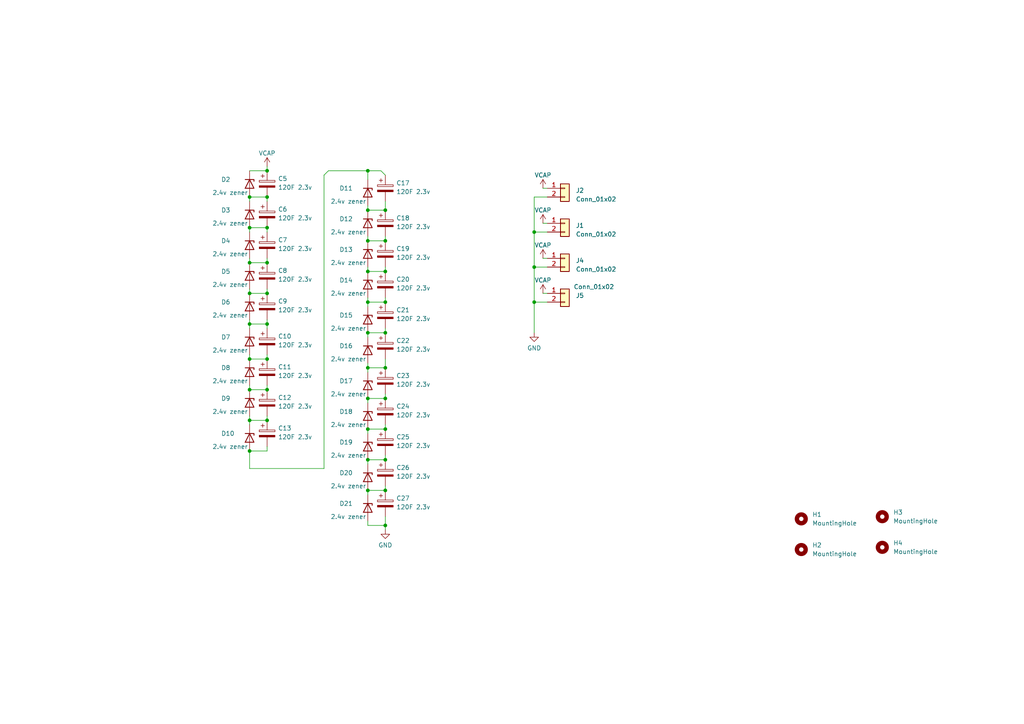
<source format=kicad_sch>
(kicad_sch (version 20231120) (generator "eeschema") (generator_version "8.0")
  (paper "A4")
  (lib_symbols
    (symbol "Connector_Generic:Conn_01x02" (pin_names (offset 1.016) hide)
      (property "Reference" "J" (at 0 2.54 0))
      (property "Value" "Conn_01x02" (at 0 -5.08 0))
      (symbol "Conn_01x02_1_1"
        (rectangle (start -1.27 -2.413) (end 0 -2.667) (stroke (width 0.1524)))
        (rectangle (start -1.27 0.127) (end 0 -0.127) (stroke (width 0.1524)))
        (rectangle (start -1.27 1.27) (end 1.27 -3.81) (stroke (width 0.254)) (fill (type background)))
        (pin passive line (at -5.08 0 0) (length 3.81) (name "Pin_1") (number "1"))
        (pin passive line (at -5.08 -2.54 0) (length 3.81) (name "Pin_2") (number "2"))
      )
    )
    (symbol "Device:C_Polarized" (pin_numbers hide) (pin_names (offset 0.254))
      (property "Reference" "C" (at 0.635 2.54 0))
      (property "Value" "C_Polarized" (at 0.635 -2.54 0))
      (symbol "C_Polarized_0_1"
        (rectangle (start -2.286 0.508) (end 2.286 1.016))
        (polyline (pts (xy -1.778 2.286) (xy -0.762 2.286)))
        (polyline (pts (xy -1.27 2.794) (xy -1.27 1.778)))
        (rectangle (start 2.286 -0.508) (end -2.286 -1.016) (fill (type outline)))
      )
      (symbol "C_Polarized_1_1"
        (pin passive line (at 0 3.81 270) (length 2.794) (name "~") (number "1"))
        (pin passive line (at 0 -3.81 90) (length 2.794) (name "~") (number "2"))
      )
    )
    (symbol "Device:D_Zener" (pin_numbers hide) (pin_names (offset 1.016) hide)
      (property "Reference" "D" (at 0 2.54 0))
      (property "Value" "D_Zener" (at 0 -2.54 0))
      (symbol "D_Zener_0_1"
        (polyline (pts (xy 1.27 0) (xy -1.27 0)))
        (polyline (pts (xy -1.27 -1.27) (xy -1.27 1.27) (xy -0.762 1.27)) (stroke (width 0.254)))
        (polyline (pts (xy 1.27 -1.27) (xy 1.27 1.27) (xy -1.27 0) (xy 1.27 -1.27)) (stroke (width 0.254)))
      )
      (symbol "D_Zener_1_1"
        (pin passive line (at -3.81 0 0) (length 2.54) (name "K") (number "1"))
        (pin passive line (at 3.81 0 180) (length 2.54) (name "A") (number "2"))
      )
    )
    (symbol "Mechanical:MountingHole" (pin_names (offset 1.016))
      (property "Reference" "H" (at 0 5.08 0))
      (property "Value" "MountingHole" (at 0 3.175 0))
      (symbol "MountingHole_0_1"
        (circle (center 0 0) (radius 1.27) (stroke (width 1.27)))
      )
    )
    (symbol "power:GND" (power) (pin_names (offset 0))
      (property "Value" "GND" (at 0 -3.81 0))
      (symbol "GND_0_1"
        (polyline (pts (xy 0 0) (xy 0 -1.27) (xy 1.27 -1.27) (xy 0 -2.54) (xy -1.27 -1.27) (xy 0 -1.27)))
      )
      (symbol "GND_1_1"
        (pin power_in line (at 0 0 270) (length 0) hide (name "GND") (number "1"))
      )
    )
    (symbol "supercap_library:VCAP" (power) (pin_names (offset 0))
      (property "Value" "VCAP" (at 0 3.81 0))
      (symbol "VCAP_0_1"
        (polyline (pts (xy -0.762 1.27) (xy 0 2.54)))
        (polyline (pts (xy 0 0) (xy 0 2.54)))
        (polyline (pts (xy 0 2.54) (xy 0.762 1.27)))
      )
      (symbol "VCAP_1_1"
        (pin power_in line (at 0 0 90) (length 0) hide (name "VCAP") (number "1"))
      )
    )
  )
  (junction (at 72.39 121.92))
  (junction (at 77.47 104.14))
  (junction (at 72.39 93.98))
  (junction (at 77.47 85.09))
  (junction (at 106.68 142.24))
  (junction (at 77.47 57.15))
  (junction (at 72.39 104.14))
  (junction (at 106.68 96.52))
  (junction (at 106.68 115.57))
  (junction (at 154.94 67.31))
  (junction (at 77.47 121.92))
  (junction (at 106.68 69.85))
  (junction (at 111.76 87.63))
  (junction (at 111.76 78.74))
  (junction (at 111.76 96.52))
  (junction (at 77.47 66.04))
  (junction (at 106.68 124.46))
  (junction (at 106.68 78.74))
  (junction (at 77.47 76.2))
  (junction (at 72.39 130.81))
  (junction (at 72.39 76.2))
  (junction (at 72.39 85.09))
  (junction (at 111.76 133.35))
  (junction (at 111.76 142.24))
  (junction (at 106.68 60.96))
  (junction (at 154.94 77.47))
  (junction (at 111.76 152.4))
  (junction (at 106.68 133.35))
  (junction (at 77.47 93.98))
  (junction (at 111.76 60.96))
  (junction (at 106.68 106.68))
  (junction (at 106.68 49.53))
  (junction (at 72.39 57.15))
  (junction (at 111.76 124.46))
  (junction (at 77.47 49.53))
  (junction (at 77.47 113.03))
  (junction (at 154.94 87.63))
  (junction (at 106.68 87.63))
  (junction (at 111.76 69.85))
  (junction (at 111.76 106.68))
  (junction (at 72.39 113.03))
  (junction (at 72.39 66.04))
  (junction (at 111.76 115.57))
  (wire (pts (xy 106.68 133.35) (xy 106.68 134.62)))
  (wire (pts (xy 106.68 142.24) (xy 111.76 142.24)))
  (wire (pts (xy 93.98 50.8) (xy 95.25 49.53)))
  (wire (pts (xy 106.68 106.68) (xy 106.68 107.95)))
  (wire (pts (xy 111.76 123.19) (xy 111.76 124.46)))
  (wire (pts (xy 72.39 130.81) (xy 77.47 130.81)))
  (wire (pts (xy 154.94 77.47) (xy 158.75 77.47)))
  (wire (pts (xy 77.47 92.71) (xy 77.47 93.98)))
  (wire (pts (xy 111.76 77.47) (xy 111.76 78.74)))
  (wire (pts (xy 95.25 49.53) (xy 106.68 49.53)))
  (wire (pts (xy 106.68 133.35) (xy 111.76 133.35)))
  (wire (pts (xy 72.39 92.71) (xy 72.39 93.98)))
  (wire (pts (xy 111.76 95.25) (xy 111.76 96.52)))
  (wire (pts (xy 111.76 132.08) (xy 111.76 133.35)))
  (wire (pts (xy 111.76 86.36) (xy 111.76 87.63)))
  (wire (pts (xy 77.47 66.04) (xy 77.47 67.31)))
  (wire (pts (xy 106.68 49.53) (xy 110.49 49.53)))
  (wire (pts (xy 157.48 54.61) (xy 158.75 54.61)))
  (wire (pts (xy 157.48 85.09) (xy 158.75 85.09)))
  (wire (pts (xy 106.68 59.69) (xy 106.68 60.96)))
  (wire (pts (xy 72.39 102.87) (xy 72.39 104.14)))
  (wire (pts (xy 72.39 121.92) (xy 77.47 121.92)))
  (wire (pts (xy 72.39 104.14) (xy 77.47 104.14)))
  (wire (pts (xy 106.68 87.63) (xy 111.76 87.63)))
  (wire (pts (xy 106.68 105.41) (xy 106.68 106.68)))
  (wire (pts (xy 111.76 153.67) (xy 111.76 152.4)))
  (wire (pts (xy 77.47 74.93) (xy 77.47 76.2)))
  (wire (pts (xy 106.68 124.46) (xy 111.76 124.46)))
  (wire (pts (xy 77.47 120.65) (xy 77.47 121.92)))
  (wire (pts (xy 72.39 113.03) (xy 77.47 113.03)))
  (wire (pts (xy 77.47 48.26) (xy 77.47 49.53)))
  (wire (pts (xy 77.47 93.98) (xy 77.47 95.25)))
  (wire (pts (xy 154.94 57.15) (xy 158.75 57.15)))
  (wire (pts (xy 72.39 120.65) (xy 72.39 121.92)))
  (wire (pts (xy 106.68 49.53) (xy 106.68 52.07)))
  (wire (pts (xy 77.47 111.76) (xy 77.47 113.03)))
  (wire (pts (xy 157.48 64.77) (xy 158.75 64.77)))
  (wire (pts (xy 72.39 85.09) (xy 77.47 85.09)))
  (wire (pts (xy 111.76 140.97) (xy 111.76 142.24)))
  (wire (pts (xy 72.39 74.93) (xy 72.39 76.2)))
  (wire (pts (xy 72.39 83.82) (xy 72.39 85.09)))
  (wire (pts (xy 106.68 96.52) (xy 111.76 96.52)))
  (wire (pts (xy 72.39 111.76) (xy 72.39 113.03)))
  (wire (pts (xy 77.47 129.54) (xy 77.47 130.81)))
  (wire (pts (xy 106.68 115.57) (xy 106.68 116.84)))
  (wire (pts (xy 106.68 152.4) (xy 111.76 152.4)))
  (wire (pts (xy 72.39 130.81) (xy 72.39 135.89)))
  (wire (pts (xy 72.39 121.92) (xy 72.39 123.19)))
  (wire (pts (xy 111.76 152.4) (xy 111.76 149.86)))
  (wire (pts (xy 106.68 69.85) (xy 111.76 69.85)))
  (wire (pts (xy 111.76 114.3) (xy 111.76 115.57)))
  (wire (pts (xy 106.68 68.58) (xy 106.68 69.85)))
  (wire (pts (xy 77.47 83.82) (xy 77.47 85.09)))
  (wire (pts (xy 106.68 86.36) (xy 106.68 87.63)))
  (wire (pts (xy 72.39 93.98) (xy 72.39 95.25)))
  (wire (pts (xy 72.39 57.15) (xy 77.47 57.15)))
  (wire (pts (xy 72.39 66.04) (xy 77.47 66.04)))
  (wire (pts (xy 72.39 135.89) (xy 93.98 135.89)))
  (wire (pts (xy 72.39 66.04) (xy 72.39 67.31)))
  (wire (pts (xy 154.94 87.63) (xy 154.94 96.52)))
  (wire (pts (xy 154.94 77.47) (xy 154.94 87.63)))
  (wire (pts (xy 72.39 49.53) (xy 77.47 49.53)))
  (wire (pts (xy 106.68 124.46) (xy 106.68 125.73)))
  (wire (pts (xy 106.68 77.47) (xy 106.68 78.74)))
  (wire (pts (xy 111.76 58.42) (xy 111.76 60.96)))
  (wire (pts (xy 110.49 49.53) (xy 111.76 50.8)))
  (wire (pts (xy 106.68 142.24) (xy 106.68 143.51)))
  (wire (pts (xy 77.47 102.87) (xy 77.47 104.14)))
  (wire (pts (xy 106.68 60.96) (xy 111.76 60.96)))
  (wire (pts (xy 154.94 57.15) (xy 154.94 67.31)))
  (wire (pts (xy 106.68 106.68) (xy 111.76 106.68)))
  (wire (pts (xy 154.94 87.63) (xy 158.75 87.63)))
  (wire (pts (xy 111.76 68.58) (xy 111.76 69.85)))
  (wire (pts (xy 111.76 104.14) (xy 111.76 106.68)))
  (wire (pts (xy 72.39 93.98) (xy 77.47 93.98)))
  (wire (pts (xy 72.39 57.15) (xy 72.39 58.42)))
  (wire (pts (xy 157.48 74.93) (xy 158.75 74.93)))
  (wire (pts (xy 154.94 67.31) (xy 154.94 77.47)))
  (wire (pts (xy 106.68 115.57) (xy 111.76 115.57)))
  (wire (pts (xy 106.68 87.63) (xy 106.68 88.9)))
  (wire (pts (xy 106.68 96.52) (xy 106.68 97.79)))
  (wire (pts (xy 93.98 50.8) (xy 93.98 135.89)))
  (wire (pts (xy 77.47 57.15) (xy 77.47 58.42)))
  (wire (pts (xy 106.68 151.13) (xy 106.68 152.4)))
  (wire (pts (xy 72.39 76.2) (xy 77.47 76.2)))
  (wire (pts (xy 106.68 78.74) (xy 111.76 78.74)))
  (wire (pts (xy 154.94 67.31) (xy 158.75 67.31)))
  (symbol (lib_id "power:GND") (at 154.94 96.52 0) (unit 1)
    (property "Reference" "#PWR048" (effects (hide yes)))
    (property "Value" "GND" (at 154.94 100.965 0))
  )
  (symbol (lib_id "Device:C_Polarized") (at 77.47 116.84 0) (unit 1)
    (property "Reference" "C12" (at 80.645 115.316 0) (effects (justify left)))
    (property "Value" "120F 2.3v" (at 80.645 117.856 0) (effects (justify left)))
    (property "Footprint" "Capacitor_THT:CP_Radial_D18.0mm_P7.50mm" (effects (hide yes)))
    (property "Datasheet" "https://www.tecategroup.com/products/data_sheet.php?i=TPLH-2R7/120WR18X60" (effects (hide yes)))
    (property "Digikey" "2085-TPLH-2R7/120WR18X60-ND" (effects (hide yes)))
  )
  (symbol (lib_id "supercap_library:VCAP") (at 157.48 64.77 0) (unit 1)
    (property "Reference" "#PWR01" (effects (hide yes)))
    (property "Value" "VCAP" (at 157.48 60.96 0))
  )
  (symbol (lib_id "Device:C_Polarized") (at 111.76 128.27 0) (unit 1)
    (property "Reference" "C25" (at 114.935 126.746 0) (effects (justify left)))
    (property "Value" "120F 2.3v" (at 114.935 129.286 0) (effects (justify left)))
    (property "Footprint" "Capacitor_THT:CP_Radial_D18.0mm_P7.50mm" (effects (hide yes)))
    (property "Datasheet" "https://www.tecategroup.com/products/data_sheet.php?i=TPLH-2R7/120WR18X60" (effects (hide yes)))
    (property "Digikey" "2085-TPLH-2R7/120WR18X60-ND" (effects (hide yes)))
  )
  (symbol (lib_id "Device:D_Zener") (at 106.68 129.54 270) (unit 1)
    (property "Reference" "D19" (at 98.425 128.27 90) (effects (justify left)))
    (property "Value" "2.4v zener" (at 95.885 132.08 90) (effects (justify left)))
    (property "Footprint" "supercap:DIO_PESD5V0S1UL_315" (effects (hide yes)))
    (property "Datasheet" "https://datasheet.lcsc.com/lcsc/2304140030_Nexperia-BZX884-B2V4-315_C551192.pdf" (effects (hide yes)))
    (property "LCSC" "C551192" (effects (hide yes)))
  )
  (symbol (lib_id "Device:D_Zener") (at 106.68 111.76 270) (unit 1)
    (property "Reference" "D17" (at 98.425 110.49 90) (effects (justify left)))
    (property "Value" "2.4v zener" (at 95.885 114.3 90) (effects (justify left)))
    (property "Footprint" "supercap:DIO_PESD5V0S1UL_315" (effects (hide yes)))
    (property "Datasheet" "https://datasheet.lcsc.com/lcsc/2304140030_Nexperia-BZX884-B2V4-315_C551192.pdf" (effects (hide yes)))
    (property "LCSC" "C551192" (effects (hide yes)))
  )
  (symbol (lib_id "Device:C_Polarized") (at 111.76 137.16 0) (unit 1)
    (property "Reference" "C26" (at 114.935 135.636 0) (effects (justify left)))
    (property "Value" "120F 2.3v" (at 114.935 138.176 0) (effects (justify left)))
    (property "Footprint" "Capacitor_THT:CP_Radial_D18.0mm_P7.50mm" (effects (hide yes)))
    (property "Datasheet" "https://www.tecategroup.com/products/data_sheet.php?i=TPLH-2R7/120WR18X60" (effects (hide yes)))
    (property "Digikey" "2085-TPLH-2R7/120WR18X60-ND" (effects (hide yes)))
  )
  (symbol (lib_id "Device:C_Polarized") (at 77.47 125.73 0) (unit 1)
    (property "Reference" "C13" (at 80.645 124.206 0) (effects (justify left)))
    (property "Value" "120F 2.3v" (at 80.645 126.746 0) (effects (justify left)))
    (property "Footprint" "Capacitor_THT:CP_Radial_D18.0mm_P7.50mm" (effects (hide yes)))
    (property "Datasheet" "https://www.tecategroup.com/products/data_sheet.php?i=TPLH-2R7/120WR18X60" (effects (hide yes)))
    (property "Digikey" "2085-TPLH-2R7/120WR18X60-ND" (effects (hide yes)))
  )
  (symbol (lib_id "Connector_Generic:Conn_01x02") (at 163.83 64.77 0) (unit 1)
    (property "Reference" "J1" (at 167.005 65.405 0) (effects (justify left)))
    (property "Value" "Conn_01x02" (at 167.005 67.945 0) (effects (justify left)))
    (property "Footprint" "Connector_Anderson:PowerPole_PP45_1336G1_1x2_Horizontal" (effects (hide yes)))
  )
  (symbol (lib_id "Device:D_Zener") (at 72.39 127 270) (unit 1)
    (property "Reference" "D10" (at 64.135 125.73 90) (effects (justify left)))
    (property "Value" "2.4v zener" (at 61.595 129.54 90) (effects (justify left)))
    (property "Footprint" "supercap:DIO_PESD5V0S1UL_315" (effects (hide yes)))
    (property "Datasheet" "https://datasheet.lcsc.com/lcsc/2304140030_Nexperia-BZX884-B2V4-315_C551192.pdf" (effects (hide yes)))
    (property "LCSC" "C551192" (effects (hide yes)))
  )
  (symbol (lib_id "Connector_Generic:Conn_01x02") (at 163.83 74.93 0) (unit 1)
    (property "Reference" "J4" (at 167.005 75.565 0) (effects (justify left)))
    (property "Value" "Conn_01x02" (at 167.005 78.105 0) (effects (justify left)))
    (property "Footprint" "Connector_Anderson:PowerPole_PP45_1336G1_1x2_Horizontal" (effects (hide yes)))
  )
  (symbol (lib_id "Device:D_Zener") (at 72.39 99.06 270) (unit 1)
    (property "Reference" "D7" (at 64.135 97.79 90) (effects (justify left)))
    (property "Value" "2.4v zener" (at 61.595 101.6 90) (effects (justify left)))
    (property "Footprint" "supercap:DIO_PESD5V0S1UL_315" (effects (hide yes)))
    (property "Datasheet" "https://datasheet.lcsc.com/lcsc/2304140030_Nexperia-BZX884-B2V4-315_C551192.pdf" (effects (hide yes)))
    (property "LCSC" "C551192" (effects (hide yes)))
  )
  (symbol (lib_id "supercap_library:VCAP") (at 77.47 48.26 0) (unit 1)
    (property "Reference" "#PWR029" (effects (hide yes)))
    (property "Value" "VCAP" (at 77.47 44.45 0))
  )
  (symbol (lib_id "Mechanical:MountingHole") (at 232.41 150.495 0) (unit 1) (in_bom no)
    (property "Reference" "H1" (at 235.585 149.2249 0) (effects (justify left)))
    (property "Value" "MountingHole" (at 235.585 151.7649 0) (effects (justify left)))
    (property "Footprint" "supercap:MountingHole_3.9mm_Plastite_#6" (effects (hide yes)))
  )
  (symbol (lib_id "Device:D_Zener") (at 106.68 92.71 270) (unit 1)
    (property "Reference" "D15" (at 98.425 91.44 90) (effects (justify left)))
    (property "Value" "2.4v zener" (at 95.885 95.25 90) (effects (justify left)))
    (property "Footprint" "supercap:DIO_PESD5V0S1UL_315" (effects (hide yes)))
    (property "Datasheet" "https://datasheet.lcsc.com/lcsc/2304140030_Nexperia-BZX884-B2V4-315_C551192.pdf" (effects (hide yes)))
    (property "LCSC" "C551192" (effects (hide yes)))
  )
  (symbol (lib_id "Device:D_Zener") (at 106.68 64.77 270) (unit 1)
    (property "Reference" "D12" (at 98.425 63.5 90) (effects (justify left)))
    (property "Value" "2.4v zener" (at 95.885 67.31 90) (effects (justify left)))
    (property "Footprint" "supercap:DIO_PESD5V0S1UL_315" (effects (hide yes)))
    (property "Datasheet" "https://datasheet.lcsc.com/lcsc/2304140030_Nexperia-BZX884-B2V4-315_C551192.pdf" (effects (hide yes)))
    (property "LCSC" "C551192" (effects (hide yes)))
  )
  (symbol (lib_id "Device:D_Zener") (at 72.39 53.34 270) (unit 1)
    (property "Reference" "D2" (at 64.135 52.07 90) (effects (justify left)))
    (property "Value" "2.4v zener" (at 61.595 55.88 90) (effects (justify left)))
    (property "Footprint" "supercap:DIO_PESD5V0S1UL_315" (effects (hide yes)))
    (property "Datasheet" "https://datasheet.lcsc.com/lcsc/2304140030_Nexperia-BZX884-B2V4-315_C551192.pdf" (effects (hide yes)))
    (property "LCSC" "C551192" (effects (hide yes)))
  )
  (symbol (lib_id "Device:C_Polarized") (at 77.47 99.06 0) (unit 1)
    (property "Reference" "C10" (at 80.645 97.536 0) (effects (justify left)))
    (property "Value" "120F 2.3v" (at 80.645 100.076 0) (effects (justify left)))
    (property "Footprint" "Capacitor_THT:CP_Radial_D18.0mm_P7.50mm" (effects (hide yes)))
    (property "Datasheet" "https://www.tecategroup.com/products/data_sheet.php?i=TPLH-2R7/120WR18X60" (effects (hide yes)))
    (property "Digikey" "2085-TPLH-2R7/120WR18X60-ND" (effects (hide yes)))
  )
  (symbol (lib_id "supercap_library:VCAP") (at 157.48 54.61 0) (unit 1)
    (property "Reference" "#PWR04" (effects (hide yes)))
    (property "Value" "VCAP" (at 157.48 50.8 0))
  )
  (symbol (lib_id "power:GND") (at 111.76 153.67 0) (unit 1)
    (property "Reference" "#PWR034" (effects (hide yes)))
    (property "Value" "GND" (at 111.76 158.115 0))
  )
  (symbol (lib_id "Device:D_Zener") (at 72.39 116.84 270) (unit 1)
    (property "Reference" "D9" (at 64.135 115.57 90) (effects (justify left)))
    (property "Value" "2.4v zener" (at 61.595 119.38 90) (effects (justify left)))
    (property "Footprint" "supercap:DIO_PESD5V0S1UL_315" (effects (hide yes)))
    (property "Datasheet" "https://datasheet.lcsc.com/lcsc/2304140030_Nexperia-BZX884-B2V4-315_C551192.pdf" (effects (hide yes)))
    (property "LCSC" "C551192" (effects (hide yes)))
  )
  (symbol (lib_id "Mechanical:MountingHole") (at 255.905 158.75 0) (unit 1) (in_bom no)
    (property "Reference" "H4" (at 259.08 157.4799 0) (effects (justify left)))
    (property "Value" "MountingHole" (at 259.08 160.0199 0) (effects (justify left)))
    (property "Footprint" "supercap:MountingHole_3.9mm_Plastite_#6" (effects (hide yes)))
  )
  (symbol (lib_id "Device:D_Zener") (at 106.68 55.88 270) (unit 1)
    (property "Reference" "D11" (at 98.425 54.61 90) (effects (justify left)))
    (property "Value" "2.4v zener" (at 95.885 58.42 90) (effects (justify left)))
    (property "Footprint" "supercap:DIO_PESD5V0S1UL_315" (effects (hide yes)))
    (property "Datasheet" "https://datasheet.lcsc.com/lcsc/2304140030_Nexperia-BZX884-B2V4-315_C551192.pdf" (effects (hide yes)))
    (property "LCSC" "C551192" (effects (hide yes)))
  )
  (symbol (lib_id "Device:D_Zener") (at 72.39 88.9 270) (unit 1)
    (property "Reference" "D6" (at 64.135 87.63 90) (effects (justify left)))
    (property "Value" "2.4v zener" (at 61.595 91.44 90) (effects (justify left)))
    (property "Footprint" "supercap:DIO_PESD5V0S1UL_315" (effects (hide yes)))
    (property "Datasheet" "https://datasheet.lcsc.com/lcsc/2304140030_Nexperia-BZX884-B2V4-315_C551192.pdf" (effects (hide yes)))
    (property "LCSC" "C551192" (effects (hide yes)))
  )
  (symbol (lib_id "Device:C_Polarized") (at 111.76 54.61 0) (unit 1)
    (property "Reference" "C17" (at 114.935 53.086 0) (effects (justify left)))
    (property "Value" "120F 2.3v" (at 114.935 55.626 0) (effects (justify left)))
    (property "Footprint" "Capacitor_THT:CP_Radial_D18.0mm_P7.50mm" (effects (hide yes)))
    (property "Datasheet" "https://www.tecategroup.com/products/data_sheet.php?i=TPLH-2R7/120WR18X60" (effects (hide yes)))
    (property "Digikey" "2085-TPLH-2R7/120WR18X60-ND" (effects (hide yes)))
  )
  (symbol (lib_id "Device:D_Zener") (at 72.39 107.95 270) (unit 1)
    (property "Reference" "D8" (at 64.135 106.68 90) (effects (justify left)))
    (property "Value" "2.4v zener" (at 61.595 110.49 90) (effects (justify left)))
    (property "Footprint" "supercap:DIO_PESD5V0S1UL_315" (effects (hide yes)))
    (property "Datasheet" "https://datasheet.lcsc.com/lcsc/2304140030_Nexperia-BZX884-B2V4-315_C551192.pdf" (effects (hide yes)))
    (property "LCSC" "C551192" (effects (hide yes)))
  )
  (symbol (lib_id "Device:C_Polarized") (at 111.76 73.66 0) (unit 1)
    (property "Reference" "C19" (at 114.935 72.136 0) (effects (justify left)))
    (property "Value" "120F 2.3v" (at 114.935 74.676 0) (effects (justify left)))
    (property "Footprint" "Capacitor_THT:CP_Radial_D18.0mm_P7.50mm" (effects (hide yes)))
    (property "Datasheet" "https://www.tecategroup.com/products/data_sheet.php?i=TPLH-2R7/120WR18X60" (effects (hide yes)))
    (property "Digikey" "2085-TPLH-2R7/120WR18X60-ND" (effects (hide yes)))
  )
  (symbol (lib_id "Device:D_Zener") (at 72.39 71.12 270) (unit 1)
    (property "Reference" "D4" (at 64.135 69.85 90) (effects (justify left)))
    (property "Value" "2.4v zener" (at 61.595 73.66 90) (effects (justify left)))
    (property "Footprint" "supercap:DIO_PESD5V0S1UL_315" (effects (hide yes)))
    (property "Datasheet" "https://datasheet.lcsc.com/lcsc/2304140030_Nexperia-BZX884-B2V4-315_C551192.pdf" (effects (hide yes)))
    (property "LCSC" "C551192" (effects (hide yes)))
  )
  (symbol (lib_id "Device:D_Zener") (at 106.68 73.66 270) (unit 1)
    (property "Reference" "D13" (at 98.425 72.39 90) (effects (justify left)))
    (property "Value" "2.4v zener" (at 95.885 76.2 90) (effects (justify left)))
    (property "Footprint" "supercap:DIO_PESD5V0S1UL_315" (effects (hide yes)))
    (property "Datasheet" "https://datasheet.lcsc.com/lcsc/2304140030_Nexperia-BZX884-B2V4-315_C551192.pdf" (effects (hide yes)))
    (property "LCSC" "C551192" (effects (hide yes)))
  )
  (symbol (lib_id "supercap_library:VCAP") (at 157.48 85.09 0) (unit 1)
    (property "Reference" "#PWR02" (effects (hide yes)))
    (property "Value" "VCAP" (at 157.48 81.28 0))
  )
  (symbol (lib_id "Device:C_Polarized") (at 111.76 146.05 0) (unit 1)
    (property "Reference" "C27" (at 114.935 144.526 0) (effects (justify left)))
    (property "Value" "120F 2.3v" (at 114.935 147.066 0) (effects (justify left)))
    (property "Footprint" "Capacitor_THT:CP_Radial_D18.0mm_P7.50mm" (effects (hide yes)))
    (property "Datasheet" "https://www.tecategroup.com/products/data_sheet.php?i=TPLH-2R7/120WR18X60" (effects (hide yes)))
    (property "Digikey" "2085-TPLH-2R7/120WR18X60-ND" (effects (hide yes)))
  )
  (symbol (lib_id "Device:C_Polarized") (at 111.76 119.38 0) (unit 1)
    (property "Reference" "C24" (at 114.935 117.856 0) (effects (justify left)))
    (property "Value" "120F 2.3v" (at 114.935 120.396 0) (effects (justify left)))
    (property "Footprint" "Capacitor_THT:CP_Radial_D18.0mm_P7.50mm" (effects (hide yes)))
    (property "Datasheet" "https://www.tecategroup.com/products/data_sheet.php?i=TPLH-2R7/120WR18X60" (effects (hide yes)))
    (property "Digikey" "2085-TPLH-2R7/120WR18X60-ND" (effects (hide yes)))
  )
  (symbol (lib_id "Device:C_Polarized") (at 77.47 53.34 0) (unit 1)
    (property "Reference" "C5" (at 80.645 51.816 0) (effects (justify left)))
    (property "Value" "120F 2.3v" (at 80.645 54.356 0) (effects (justify left)))
    (property "Footprint" "Capacitor_THT:CP_Radial_D18.0mm_P7.50mm" (effects (hide yes)))
    (property "Datasheet" "https://www.tecategroup.com/products/data_sheet.php?i=TPLH-2R7/120WR18X60" (effects (hide yes)))
    (property "Digikey" "2085-TPLH-2R7/120WR18X60-ND" (effects (hide yes)))
  )
  (symbol (lib_id "Device:D_Zener") (at 72.39 80.01 270) (unit 1)
    (property "Reference" "D5" (at 64.135 78.74 90) (effects (justify left)))
    (property "Value" "2.4v zener" (at 61.595 82.55 90) (effects (justify left)))
    (property "Footprint" "supercap:DIO_PESD5V0S1UL_315" (effects (hide yes)))
    (property "Datasheet" "https://datasheet.lcsc.com/lcsc/2304140030_Nexperia-BZX884-B2V4-315_C551192.pdf" (effects (hide yes)))
    (property "LCSC" "C551192" (effects (hide yes)))
  )
  (symbol (lib_id "Device:D_Zener") (at 106.68 147.32 270) (unit 1)
    (property "Reference" "D21" (at 98.425 146.05 90) (effects (justify left)))
    (property "Value" "2.4v zener" (at 95.885 149.86 90) (effects (justify left)))
    (property "Footprint" "supercap:DIO_PESD5V0S1UL_315" (effects (hide yes)))
    (property "Datasheet" "https://datasheet.lcsc.com/lcsc/2304140030_Nexperia-BZX884-B2V4-315_C551192.pdf" (effects (hide yes)))
    (property "LCSC" "C551192" (effects (hide yes)))
  )
  (symbol (lib_id "Device:D_Zener") (at 72.39 62.23 270) (unit 1)
    (property "Reference" "D3" (at 64.135 60.96 90) (effects (justify left)))
    (property "Value" "2.4v zener" (at 61.595 64.77 90) (effects (justify left)))
    (property "Footprint" "supercap:DIO_PESD5V0S1UL_315" (effects (hide yes)))
    (property "Datasheet" "https://datasheet.lcsc.com/lcsc/2304140030_Nexperia-BZX884-B2V4-315_C551192.pdf" (effects (hide yes)))
    (property "LCSC" "C551192" (effects (hide yes)))
  )
  (symbol (lib_id "Device:D_Zener") (at 106.68 138.43 270) (unit 1)
    (property "Reference" "D20" (at 98.425 137.16 90) (effects (justify left)))
    (property "Value" "2.4v zener" (at 95.885 140.97 90) (effects (justify left)))
    (property "Footprint" "supercap:DIO_PESD5V0S1UL_315" (effects (hide yes)))
    (property "Datasheet" "https://datasheet.lcsc.com/lcsc/2304140030_Nexperia-BZX884-B2V4-315_C551192.pdf" (effects (hide yes)))
    (property "LCSC" "C551192" (effects (hide yes)))
  )
  (symbol (lib_id "Connector_Generic:Conn_01x02") (at 163.83 54.61 0) (unit 1)
    (property "Reference" "J2" (at 167.005 55.245 0) (effects (justify left)))
    (property "Value" "Conn_01x02" (at 167.005 57.785 0) (effects (justify left)))
    (property "Footprint" "Connector_Anderson:PowerPole_PP45_1336G1_1x2_Horizontal" (effects (hide yes)))
  )
  (symbol (lib_id "Device:D_Zener") (at 106.68 120.65 270) (unit 1)
    (property "Reference" "D18" (at 98.425 119.38 90) (effects (justify left)))
    (property "Value" "2.4v zener" (at 95.885 123.19 90) (effects (justify left)))
    (property "Footprint" "supercap:DIO_PESD5V0S1UL_315" (effects (hide yes)))
    (property "Datasheet" "https://datasheet.lcsc.com/lcsc/2304140030_Nexperia-BZX884-B2V4-315_C551192.pdf" (effects (hide yes)))
    (property "LCSC" "C551192" (effects (hide yes)))
  )
  (symbol (lib_id "Mechanical:MountingHole") (at 255.905 149.86 0) (unit 1) (in_bom no)
    (property "Reference" "H3" (at 259.08 148.5899 0) (effects (justify left)))
    (property "Value" "MountingHole" (at 259.08 151.1299 0) (effects (justify left)))
    (property "Footprint" "supercap:MountingHole_3.9mm_Plastite_#6" (effects (hide yes)))
  )
  (symbol (lib_id "Device:C_Polarized") (at 111.76 100.33 0) (unit 1)
    (property "Reference" "C22" (at 114.935 98.806 0) (effects (justify left)))
    (property "Value" "120F 2.3v" (at 114.935 101.346 0) (effects (justify left)))
    (property "Footprint" "Capacitor_THT:CP_Radial_D18.0mm_P7.50mm" (effects (hide yes)))
    (property "Datasheet" "https://www.tecategroup.com/products/data_sheet.php?i=TPLH-2R7/120WR18X60" (effects (hide yes)))
    (property "Digikey" "2085-TPLH-2R7/120WR18X60-ND" (effects (hide yes)))
  )
  (symbol (lib_id "Connector_Generic:Conn_01x02") (at 163.83 85.09 0) (unit 1)
    (property "Reference" "J5" (at 167.005 85.725 0) (effects (justify left)))
    (property "Value" "Conn_01x02" (at 166.37 83.185 0) (effects (justify left)))
    (property "Footprint" "Connector_Anderson:PowerPole_PP45_1336G1_1x2_Horizontal" (effects (hide yes)))
  )
  (symbol (lib_id "Device:D_Zener") (at 106.68 82.55 270) (unit 1)
    (property "Reference" "D14" (at 98.425 81.28 90) (effects (justify left)))
    (property "Value" "2.4v zener" (at 95.885 85.09 90) (effects (justify left)))
    (property "Footprint" "supercap:DIO_PESD5V0S1UL_315" (effects (hide yes)))
    (property "Datasheet" "https://datasheet.lcsc.com/lcsc/2304140030_Nexperia-BZX884-B2V4-315_C551192.pdf" (effects (hide yes)))
    (property "LCSC" "C551192" (effects (hide yes)))
  )
  (symbol (lib_id "Device:C_Polarized") (at 77.47 107.95 0) (unit 1)
    (property "Reference" "C11" (at 80.645 106.426 0) (effects (justify left)))
    (property "Value" "120F 2.3v" (at 80.645 108.966 0) (effects (justify left)))
    (property "Footprint" "Capacitor_THT:CP_Radial_D18.0mm_P7.50mm" (effects (hide yes)))
    (property "Datasheet" "https://www.tecategroup.com/products/data_sheet.php?i=TPLH-2R7/120WR18X60" (effects (hide yes)))
    (property "Digikey" "2085-TPLH-2R7/120WR18X60-ND" (effects (hide yes)))
  )
  (symbol (lib_id "Device:C_Polarized") (at 111.76 82.55 0) (unit 1)
    (property "Reference" "C20" (at 114.935 81.026 0) (effects (justify left)))
    (property "Value" "120F 2.3v" (at 114.935 83.566 0) (effects (justify left)))
    (property "Footprint" "Capacitor_THT:CP_Radial_D18.0mm_P7.50mm" (effects (hide yes)))
    (property "Datasheet" "https://www.tecategroup.com/products/data_sheet.php?i=TPLH-2R7/120WR18X60" (effects (hide yes)))
    (property "Digikey" "2085-TPLH-2R7/120WR18X60-ND" (effects (hide yes)))
  )
  (symbol (lib_id "Device:C_Polarized") (at 77.47 62.23 0) (unit 1)
    (property "Reference" "C6" (at 80.645 60.706 0) (effects (justify left)))
    (property "Value" "120F 2.3v" (at 80.645 63.246 0) (effects (justify left)))
    (property "Footprint" "Capacitor_THT:CP_Radial_D18.0mm_P7.50mm" (effects (hide yes)))
    (property "Datasheet" "https://www.tecategroup.com/products/data_sheet.php?i=TPLH-2R7/120WR18X60" (effects (hide yes)))
    (property "Digikey" "2085-TPLH-2R7/120WR18X60-ND" (effects (hide yes)))
  )
  (symbol (lib_id "Device:C_Polarized") (at 111.76 91.44 0) (unit 1)
    (property "Reference" "C21" (at 114.935 89.916 0) (effects (justify left)))
    (property "Value" "120F 2.3v" (at 114.935 92.456 0) (effects (justify left)))
    (property "Footprint" "Capacitor_THT:CP_Radial_D18.0mm_P7.50mm" (effects (hide yes)))
    (property "Datasheet" "https://www.tecategroup.com/products/data_sheet.php?i=TPLH-2R7/120WR18X60" (effects (hide yes)))
    (property "Digikey" "2085-TPLH-2R7/120WR18X60-ND" (effects (hide yes)))
  )
  (symbol (lib_id "Device:C_Polarized") (at 77.47 80.01 0) (unit 1)
    (property "Reference" "C8" (at 80.645 78.486 0) (effects (justify left)))
    (property "Value" "120F 2.3v" (at 80.645 81.026 0) (effects (justify left)))
    (property "Footprint" "Capacitor_THT:CP_Radial_D18.0mm_P7.50mm" (effects (hide yes)))
    (property "Datasheet" "https://www.tecategroup.com/products/data_sheet.php?i=TPLH-2R7/120WR18X60" (effects (hide yes)))
    (property "Digikey" "2085-TPLH-2R7/120WR18X60-ND" (effects (hide yes)))
  )
  (symbol (lib_id "Device:C_Polarized") (at 111.76 110.49 0) (unit 1)
    (property "Reference" "C23" (at 114.935 108.966 0) (effects (justify left)))
    (property "Value" "120F 2.3v" (at 114.935 111.506 0) (effects (justify left)))
    (property "Footprint" "Capacitor_THT:CP_Radial_D18.0mm_P7.50mm" (effects (hide yes)))
    (property "Datasheet" "https://www.tecategroup.com/products/data_sheet.php?i=TPLH-2R7/120WR18X60" (effects (hide yes)))
    (property "Digikey" "2085-TPLH-2R7/120WR18X60-ND" (effects (hide yes)))
  )
  (symbol (lib_id "Device:D_Zener") (at 106.68 101.6 270) (unit 1)
    (property "Reference" "D16" (at 98.425 100.33 90) (effects (justify left)))
    (property "Value" "2.4v zener" (at 95.885 104.14 90) (effects (justify left)))
    (property "Footprint" "supercap:DIO_PESD5V0S1UL_315" (effects (hide yes)))
    (property "Datasheet" "https://datasheet.lcsc.com/lcsc/2304140030_Nexperia-BZX884-B2V4-315_C551192.pdf" (effects (hide yes)))
    (property "LCSC" "C551192" (effects (hide yes)))
  )
  (symbol (lib_id "Device:C_Polarized") (at 77.47 71.12 0) (unit 1)
    (property "Reference" "C7" (at 80.645 69.596 0) (effects (justify left)))
    (property "Value" "120F 2.3v" (at 80.645 72.136 0) (effects (justify left)))
    (property "Footprint" "Capacitor_THT:CP_Radial_D18.0mm_P7.50mm" (effects (hide yes)))
    (property "Datasheet" "https://www.tecategroup.com/products/data_sheet.php?i=TPLH-2R7/120WR18X60" (effects (hide yes)))
    (property "Digikey" "2085-TPLH-2R7/120WR18X60-ND" (effects (hide yes)))
  )
  (symbol (lib_id "Device:C_Polarized") (at 111.76 64.77 0) (unit 1)
    (property "Reference" "C18" (at 114.935 63.246 0) (effects (justify left)))
    (property "Value" "120F 2.3v" (at 114.935 65.786 0) (effects (justify left)))
    (property "Footprint" "Capacitor_THT:CP_Radial_D18.0mm_P7.50mm" (effects (hide yes)))
    (property "Datasheet" "https://www.tecategroup.com/products/data_sheet.php?i=TPLH-2R7/120WR18X60" (effects (hide yes)))
    (property "Digikey" "2085-TPLH-2R7/120WR18X60-ND" (effects (hide yes)))
  )
  (symbol (lib_id "supercap_library:VCAP") (at 157.48 74.93 0) (unit 1)
    (property "Reference" "#PWR03" (effects (hide yes)))
    (property "Value" "VCAP" (at 157.48 71.12 0))
  )
  (symbol (lib_id "Mechanical:MountingHole") (at 232.41 159.385 0) (unit 1) (in_bom no)
    (property "Reference" "H2" (at 235.585 158.1149 0) (effects (justify left)))
    (property "Value" "MountingHole" (at 235.585 160.6549 0) (effects (justify left)))
    (property "Footprint" "supercap:MountingHole_3.9mm_Plastite_#6" (effects (hide yes)))
  )
  (symbol (lib_id "Device:C_Polarized") (at 77.47 88.9 0) (unit 1)
    (property "Reference" "C9" (at 80.645 87.376 0) (effects (justify left)))
    (property "Value" "120F 2.3v" (at 80.645 89.916 0) (effects (justify left)))
    (property "Footprint" "Capacitor_THT:CP_Radial_D18.0mm_P7.50mm" (effects (hide yes)))
    (property "Datasheet" "https://www.tecategroup.com/products/data_sheet.php?i=TPLH-2R7/120WR18X60" (effects (hide yes)))
    (property "Digikey" "2085-TPLH-2R7/120WR18X60-ND" (effects (hide yes)))
  )
)
</source>
